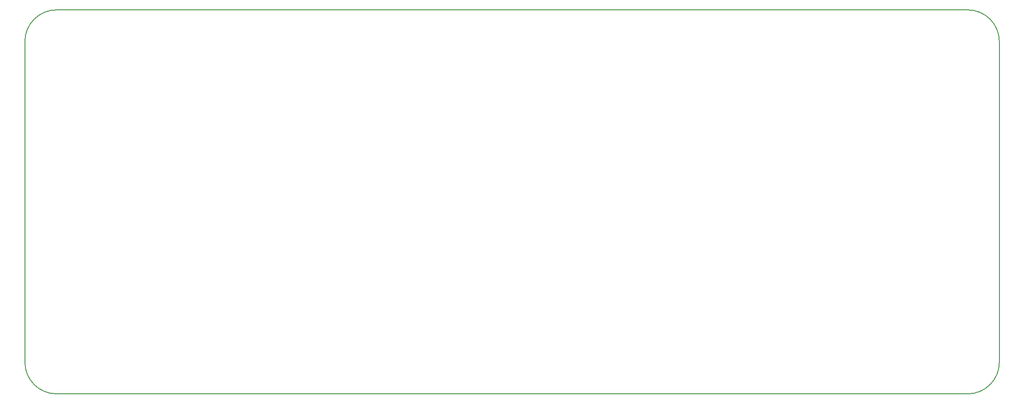
<source format=gbr>
%TF.GenerationSoftware,KiCad,Pcbnew,(5.99.0-9795-gc3c3649211)*%
%TF.CreationDate,2021-06-20T23:13:27-05:00*%
%TF.ProjectId,_autosave-free10u,5f617574-6f73-4617-9665-2d6672656531,rev?*%
%TF.SameCoordinates,Original*%
%TF.FileFunction,Profile,NP*%
%FSLAX46Y46*%
G04 Gerber Fmt 4.6, Leading zero omitted, Abs format (unit mm)*
G04 Created by KiCad (PCBNEW (5.99.0-9795-gc3c3649211)) date 2021-06-20 23:13:27*
%MOMM*%
%LPD*%
G01*
G04 APERTURE LIST*
%TA.AperFunction,Profile*%
%ADD10C,0.200000*%
%TD*%
G04 APERTURE END LIST*
D10*
X201405000Y-125045500D02*
X201405000Y-64061301D01*
X195404999Y-58061300D02*
G75*
G02*
X201405000Y-64061301I0J-6000001D01*
G01*
X16505400Y-64061300D02*
X16505400Y-125045501D01*
X22505399Y-131045501D02*
X195404999Y-131045501D01*
X201405000Y-125045500D02*
G75*
G02*
X195404999Y-131045501I-6000001J0D01*
G01*
X22505399Y-131045500D02*
G75*
G02*
X16505400Y-125045501I0J5999999D01*
G01*
X195404999Y-58061301D02*
X22505400Y-58061301D01*
X16505400Y-64061299D02*
G75*
G02*
X22505400Y-58061301I5999999J-1D01*
G01*
M02*

</source>
